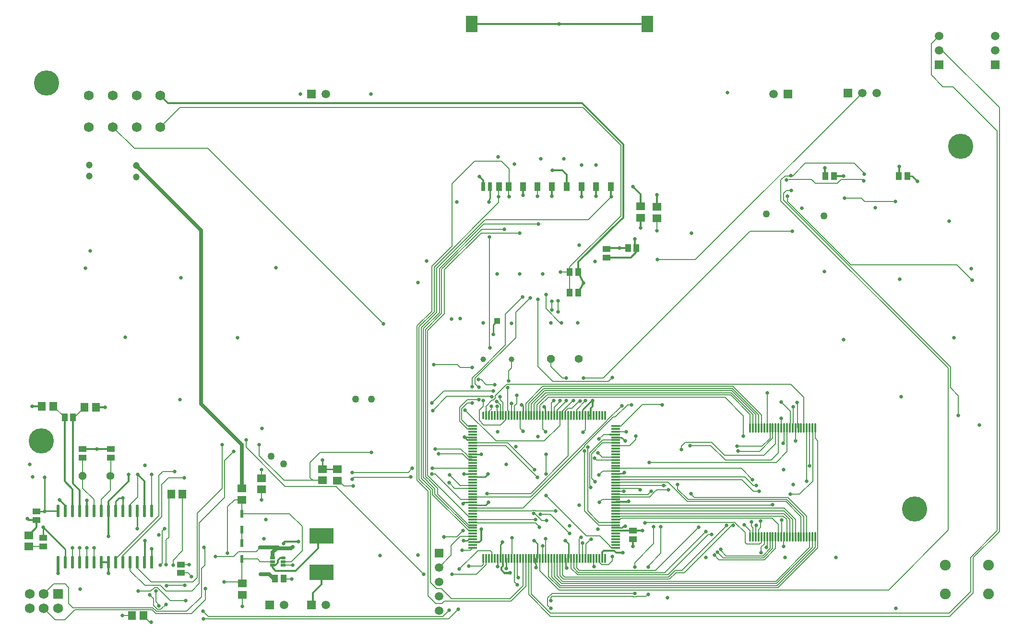
<source format=gbl>
G04 Layer_Physical_Order=4*
G04 Layer_Color=16711680*
%FSLAX25Y25*%
%MOIN*%
G70*
G01*
G75*
%ADD16R,0.04331X0.05512*%
%ADD17R,0.05512X0.04331*%
%ADD18R,0.05512X0.05906*%
%ADD19R,0.03543X0.01969*%
G04:AMPARAMS|DCode=20|XSize=35.43mil|YSize=19.69mil|CornerRadius=4.92mil|HoleSize=0mil|Usage=FLASHONLY|Rotation=0.000|XOffset=0mil|YOffset=0mil|HoleType=Round|Shape=RoundedRectangle|*
%AMROUNDEDRECTD20*
21,1,0.03543,0.00984,0,0,0.0*
21,1,0.02559,0.01969,0,0,0.0*
1,1,0.00984,0.01280,-0.00492*
1,1,0.00984,-0.01280,-0.00492*
1,1,0.00984,-0.01280,0.00492*
1,1,0.00984,0.01280,0.00492*
%
%ADD20ROUNDEDRECTD20*%
%ADD21R,0.05906X0.05512*%
%ADD22R,0.02362X0.05315*%
%ADD28R,0.16732X0.10906*%
%ADD33C,0.00800*%
%ADD34C,0.01200*%
%ADD35C,0.01000*%
%ADD36C,0.02500*%
%ADD37C,0.01500*%
%ADD38C,0.02000*%
%ADD39C,0.17500*%
%ADD40R,0.06831X0.06831*%
%ADD41C,0.06831*%
%ADD42C,0.06900*%
%ADD43R,0.05906X0.05906*%
%ADD44C,0.05906*%
%ADD45C,0.03900*%
%ADD46C,0.07500*%
%ADD47R,0.05906X0.05906*%
%ADD48P,0.05966X8X22.5*%
%ADD49C,0.05512*%
%ADD50C,0.04724*%
%ADD51C,0.05000*%
%ADD52C,0.02500*%
%ADD75R,0.07874X0.11811*%
%ADD76R,0.02756X0.05906*%
%ADD77R,0.03937X0.05906*%
%ADD78R,0.03900X0.03900*%
%ADD79O,0.01181X0.05906*%
%ADD80R,0.01181X0.05906*%
%ADD81R,0.05906X0.01181*%
%ADD82O,0.01181X0.06693*%
%ADD83O,0.02000X0.09000*%
%ADD84R,0.02000X0.09000*%
D16*
X39553Y147100D02*
D03*
X33647D02*
D03*
X425047Y264900D02*
D03*
X430953D02*
D03*
X384547Y248200D02*
D03*
X390453D02*
D03*
X384547Y233800D02*
D03*
X390453D02*
D03*
X613147Y315000D02*
D03*
X619053D02*
D03*
X562147D02*
D03*
X568053D02*
D03*
X185653Y35300D02*
D03*
X179747D02*
D03*
D17*
X410000Y264153D02*
D03*
Y258247D02*
D03*
X114500Y39047D02*
D03*
Y44953D02*
D03*
X14300Y81853D02*
D03*
Y75947D02*
D03*
X46000Y125053D02*
D03*
Y119147D02*
D03*
X65800Y125053D02*
D03*
Y119147D02*
D03*
X428600Y68453D02*
D03*
Y62547D02*
D03*
X18800Y63453D02*
D03*
Y57547D02*
D03*
D18*
X88337Y9400D02*
D03*
X80463D02*
D03*
X115537Y93900D02*
D03*
X107663D02*
D03*
X25837Y154900D02*
D03*
X17963D02*
D03*
X55337Y154100D02*
D03*
X47463D02*
D03*
D19*
X178120Y44382D02*
D03*
Y46941D02*
D03*
Y49500D02*
D03*
X185600Y44382D02*
D03*
Y46941D02*
D03*
D20*
Y49500D02*
D03*
D21*
X170500Y97063D02*
D03*
Y104937D02*
D03*
X445100Y285663D02*
D03*
Y293537D02*
D03*
X433800Y285863D02*
D03*
Y293737D02*
D03*
X223300Y111037D02*
D03*
Y103163D02*
D03*
X212700Y111237D02*
D03*
Y103363D02*
D03*
X156900Y89863D02*
D03*
Y97737D02*
D03*
X157000Y23963D02*
D03*
Y31837D02*
D03*
X8700Y57363D02*
D03*
Y65237D02*
D03*
D22*
X156900Y69288D02*
D03*
Y80312D02*
D03*
Y48688D02*
D03*
Y59712D02*
D03*
D28*
X212000Y64877D02*
D03*
Y39523D02*
D03*
D33*
X664800Y25200D02*
Y49679D01*
X648600Y9000D02*
X664800Y25200D01*
X371200Y9000D02*
X648600D01*
X521673Y57373D02*
Y64205D01*
X521300Y57000D02*
X521673Y57373D01*
X518641Y50900D02*
X523850Y56109D01*
X519179Y49600D02*
X525610Y56031D01*
X519718Y48300D02*
X527579Y56161D01*
X493300Y50900D02*
X518641D01*
X523850Y56109D02*
Y63996D01*
X491100Y49600D02*
X519179D01*
X525610Y56031D02*
Y64205D01*
X488100Y48300D02*
X519718D01*
X527579Y56161D02*
Y64205D01*
X517600Y57100D02*
X519705Y59205D01*
X517600Y53100D02*
Y57100D01*
X487200Y53500D02*
X491100Y49600D01*
X485000Y51400D02*
X488100Y48300D01*
X489500Y54700D02*
X493300Y50900D01*
X516600Y59200D02*
X517736Y60336D01*
X507400Y59200D02*
X516600D01*
X439000Y43300D02*
Y43800D01*
X447900Y52700D01*
X420450Y77250D02*
X525250D01*
X419456Y76256D02*
X420450Y77250D01*
X525250D02*
X529547Y72953D01*
X360879Y82162D02*
X374800D01*
X360390Y82650D02*
X360879Y82162D01*
X358610Y82650D02*
X360390D01*
X358121Y82162D02*
X358610Y82650D01*
X317216Y82162D02*
X358121D01*
X410636Y145236D02*
X420700Y155300D01*
X410636Y145175D02*
Y145236D01*
X410109Y144647D02*
X410636Y145175D01*
X410047Y144647D02*
X410109D01*
X357404Y92004D02*
X410047Y144647D01*
X317216Y92004D02*
X357404D01*
X414859Y147400D02*
X416200D01*
X394850Y127391D02*
X414859Y147400D01*
X394850Y126850D02*
Y127391D01*
X394150Y126150D02*
X394850Y126850D01*
X394009Y126150D02*
X394150D01*
X392750Y124891D02*
X394009Y126150D01*
X392750Y124750D02*
Y124891D01*
X352300Y84300D02*
X392750Y124750D01*
X317516Y84300D02*
X352300D01*
X416200Y147400D02*
X424800Y156000D01*
X383555Y120514D02*
Y148500D01*
X327100Y94300D02*
X357341D01*
X383555Y120514D01*
X323100Y173400D02*
X326500Y170000D01*
X321100Y173400D02*
X323100D01*
X326500Y170000D02*
X332500D01*
X359500Y80500D02*
X360000D01*
X365000Y75500D01*
X391250Y62750D02*
X392500Y64000D01*
X391250Y49609D02*
Y62750D01*
X384547Y251747D02*
X420000Y287200D01*
X519705Y59205D02*
Y64205D01*
X517736Y60336D02*
Y64205D01*
X533300Y57500D02*
Y63989D01*
X395366Y49288D02*
X395750Y49671D01*
Y59150D01*
X398700Y62100D01*
X393600Y50446D02*
Y60000D01*
X393400Y50246D02*
X393600Y50446D01*
X405208Y46440D02*
X406648Y45000D01*
X411500D01*
X414000Y47500D01*
Y50500D01*
X391250Y40750D02*
X444050D01*
X390629Y39250D02*
X450450D01*
X390007Y37750D02*
X452667D01*
X381050Y36250D02*
X453289D01*
X380127Y34750D02*
X453910D01*
X379506Y33250D02*
X527669D01*
X378884Y31750D02*
X528007D01*
X378263Y30250D02*
X528629D01*
X377642Y28750D02*
X529250D01*
X377020Y27250D02*
X606050D01*
X372379Y24900D02*
X429800D01*
X372300Y22700D02*
X428677D01*
X389460Y42540D02*
X391250Y40750D01*
X387492Y42387D02*
X390629Y39250D01*
X385524Y42234D02*
X390007Y37750D01*
X379618Y37682D02*
X381050Y36250D01*
X377649Y37227D02*
X380127Y34750D01*
X375681Y37075D02*
X379506Y33250D01*
X373712Y36922D02*
X378884Y31750D01*
X372213Y36301D02*
X378263Y30250D01*
X369776Y36616D02*
X377642Y28750D01*
X363870Y40400D02*
X377020Y27250D01*
X413581Y56571D02*
X416429D01*
X412576Y57576D02*
X413581Y56571D01*
X412576Y57576D02*
Y57924D01*
X405500Y65000D02*
X412576Y57924D01*
X396000Y65000D02*
X405500D01*
X371000Y80000D02*
X384500Y66500D01*
X364000Y80000D02*
X371000D01*
X368000Y93000D02*
X396000Y65000D01*
X430923Y22700D02*
X437500D01*
X430773Y22550D02*
X430923Y22700D01*
X428827Y22550D02*
X430773D01*
X428677Y22700D02*
X428827Y22550D01*
X365000Y75500D02*
X368500D01*
X317346Y84130D02*
X317516Y84300D01*
X317216Y84130D02*
X317346D01*
X363600Y70800D02*
Y71100D01*
X340063Y127437D02*
X362000Y105500D01*
X317216Y127437D02*
X340063D01*
X318384Y129500D02*
X341500D01*
X360000Y111000D01*
X342139Y130700D02*
X366800D01*
X342038Y130800D02*
X342139Y130700D01*
X333400Y130800D02*
X342038D01*
X311900Y152300D02*
X333400Y130800D01*
X506400Y60200D02*
X507400Y59200D01*
X480817Y65900D02*
X483300D01*
X444050Y40750D02*
X474300Y71000D01*
X437150Y74250D02*
X499250D01*
X450450Y39250D02*
X479000Y67800D01*
X452667Y37750D02*
X480817Y65900D01*
X506400Y60200D02*
Y67100D01*
X588004Y312441D02*
X588872Y311573D01*
X573041Y312441D02*
X588004D01*
X471800Y256700D02*
X587700Y372600D01*
X445600Y256700D02*
X471800D01*
X288700Y252300D02*
X302700Y266300D01*
X288700Y221007D02*
Y252300D01*
X278400Y210707D02*
X288700Y221007D01*
X290400Y251654D02*
X335300Y296554D01*
X290400Y220585D02*
Y251654D01*
X297500Y249800D02*
X323000Y275300D01*
X297500Y219200D02*
Y249800D01*
X285900Y207600D02*
X297500Y219200D01*
X295600Y250021D02*
X323479Y277900D01*
X295600Y219421D02*
Y250021D01*
X284400Y208221D02*
X295600Y219421D01*
X294000Y250543D02*
X324857Y281400D01*
X294000Y219943D02*
Y250543D01*
X282900Y208843D02*
X294000Y219943D01*
X292100Y250800D02*
X325900Y284600D01*
X292100Y220164D02*
Y250800D01*
X281400Y209464D02*
X292100Y220164D01*
X279900Y210085D02*
X290400Y220585D01*
X335300Y296554D02*
Y300500D01*
X325900Y284600D02*
X397626D01*
X302700Y266300D02*
Y309500D01*
X323000Y275300D02*
X349900D01*
X323479Y277900D02*
X339100D01*
X324857Y281400D02*
X362900D01*
X328800Y195700D02*
Y272600D01*
X420000Y287200D02*
Y336200D01*
X384547Y248200D02*
Y251747D01*
X368000Y108000D02*
Y121500D01*
X166800Y54000D02*
X169600Y56800D01*
X154500Y54000D02*
X166800D01*
X151000Y50500D02*
X154500Y54000D01*
X138500Y50500D02*
X151000D01*
X146900Y52947D02*
Y85100D01*
X125750Y35850D02*
Y80350D01*
X127250Y31750D02*
Y73707D01*
X128750Y42079D02*
X131100Y44429D01*
X128750Y22650D02*
Y42079D01*
X131100Y44429D02*
Y56500D01*
X122800Y32900D02*
X125750Y35850D01*
X122000Y26500D02*
X127250Y31750D01*
X118450Y12350D02*
X128750Y22650D01*
X125750Y80350D02*
X143200Y97800D01*
X130600Y57000D02*
X131100Y56500D01*
X156900Y80312D02*
X189788D01*
X159650Y126350D02*
X186693Y99307D01*
X156900Y48688D02*
X167712D01*
X159650Y126350D02*
Y131150D01*
X170500Y90000D02*
Y97063D01*
X151663Y89863D02*
X156900D01*
X146900Y85100D02*
X151663Y89863D01*
X144900Y117100D02*
X151300Y123500D01*
X144900Y91357D02*
Y117100D01*
X127250Y73707D02*
X144900Y91357D01*
X133500Y8800D02*
X296400D01*
X130100Y7300D02*
X300400D01*
X129800Y12500D02*
X133500Y8800D01*
X170500Y104937D02*
Y111000D01*
X222193Y99307D02*
X283300Y38200D01*
X186693Y99307D02*
X222193D01*
X223958Y103163D02*
X227721Y99400D01*
X223300Y103163D02*
X223958D01*
X227721Y99400D02*
X234000D01*
X92937Y5000D02*
X93800D01*
X88437Y9500D02*
X92937Y5000D01*
X94300Y82133D02*
Y107600D01*
X84500Y91900D02*
Y107500D01*
X79200Y86600D02*
X84500Y91900D01*
X332750Y162273D02*
X340727Y170250D01*
X143100Y97900D02*
Y128200D01*
Y97900D02*
X143200Y97800D01*
X168800Y120600D02*
Y128200D01*
Y120600D02*
X186037Y103363D01*
X159650Y131150D02*
X159900Y131400D01*
X101700Y109400D02*
X110000D01*
X99000Y106700D02*
X101700Y109400D01*
X105900Y105100D02*
X116800D01*
X101200Y100400D02*
X105900Y105100D01*
X101200Y78257D02*
Y100400D01*
X77943Y55000D02*
X101200Y78257D01*
X186037Y103363D02*
X206037D01*
X189788Y80312D02*
X198650Y71450D01*
X156900Y31937D02*
Y48688D01*
X286200Y23100D02*
Y95787D01*
X287700Y32600D02*
Y96408D01*
Y32600D02*
X292000Y28300D01*
X286200Y23100D02*
X291500Y17800D01*
X293900Y43000D02*
X302300Y51400D01*
X302400Y21300D02*
X343200D01*
X297500Y19500D02*
X343800D01*
X343200Y21300D02*
X352059Y30159D01*
X343800Y19500D02*
X354028Y29728D01*
X295400Y28300D02*
X302400Y21300D01*
X308445Y64445D02*
X317216D01*
X302300Y58300D02*
X308445Y64445D01*
X289200Y93551D02*
X314369Y68382D01*
X302300Y51400D02*
Y58300D01*
X635700Y406800D02*
X641100Y412200D01*
X635700Y385100D02*
Y406800D01*
Y385100D02*
X643900Y376900D01*
X650700D01*
X683000Y67879D02*
Y362500D01*
X643300Y402200D02*
X683000Y362500D01*
X641100Y402200D02*
X643300D01*
X650700Y376900D02*
X681400Y346200D01*
X84200Y42500D02*
Y46600D01*
X204100Y105300D02*
X206037Y103363D01*
X204100Y105300D02*
Y115900D01*
X211100Y122900D01*
X206037Y103363D02*
X212700D01*
X211100Y122900D02*
X246800D01*
X89350Y30350D02*
X100150D01*
X104000Y26500D02*
X122000D01*
X100150Y30350D02*
X104000Y26500D01*
X79200Y40500D02*
X89350Y30350D01*
X79200Y40500D02*
Y46600D01*
X317022Y117400D02*
X317216Y117595D01*
X74200Y51300D02*
X77900Y55000D01*
X74200Y46600D02*
Y51300D01*
X77900Y55000D02*
X77943D01*
X308865Y90035D02*
X317216D01*
X233500Y104300D02*
X234600Y105400D01*
X69200Y46600D02*
Y48900D01*
X54200Y46600D02*
Y56000D01*
X49300Y46700D02*
Y55900D01*
X44200Y46600D02*
Y55600D01*
X39200Y46600D02*
Y56400D01*
X39300Y56500D01*
X54200Y82033D02*
Y90100D01*
X46294Y98006D02*
Y106500D01*
Y98006D02*
X54200Y90100D01*
X515700Y64272D02*
Y69200D01*
X517200Y70700D01*
X523642Y64205D02*
X523850Y63996D01*
X445000Y96800D02*
X453100D01*
X416429Y99878D02*
X451400D01*
X504185Y103815D02*
X512300Y95700D01*
X416429Y103815D02*
X504185D01*
X459600Y97200D02*
Y100400D01*
X549232Y64205D02*
Y78468D01*
X365938Y139262D02*
X367900Y137300D01*
X350191Y139609D02*
X352200Y137600D01*
X531500Y139811D02*
Y146500D01*
X355996Y148500D02*
X356000Y148504D01*
X354000Y148528D02*
X354028Y148500D01*
X517736Y139795D02*
Y148764D01*
X515768Y139795D02*
Y148894D01*
X513799Y139795D02*
Y149024D01*
X511831Y139795D02*
Y149154D01*
X509862Y139795D02*
Y149284D01*
X541358Y139795D02*
X541836Y139318D01*
Y137000D02*
Y139318D01*
X541358Y131142D02*
X541500Y131000D01*
X537421Y64205D02*
Y76079D01*
X535453Y64205D02*
Y76047D01*
X539390Y64205D02*
Y76110D01*
X541358Y64205D02*
Y76142D01*
X509862Y64205D02*
Y68638D01*
X547264Y64205D02*
Y78036D01*
X545295Y64205D02*
Y78166D01*
X537600Y139974D02*
X537800Y140174D01*
X371744Y49288D02*
X372213Y48819D01*
X549232Y139795D02*
X549300Y139728D01*
X521700Y139822D02*
Y164300D01*
X350191Y139609D02*
Y148600D01*
X365938Y139262D02*
Y148600D01*
X405100Y88200D02*
X407035Y90135D01*
X416529D01*
X457838Y40800D02*
X462500D01*
X492700Y117500D02*
X524500D01*
X529547Y122547D01*
Y139795D01*
X523642Y132580D02*
Y139795D01*
X525610Y132710D02*
Y139795D01*
X527579Y128879D02*
Y139795D01*
X529547Y64205D02*
Y72953D01*
X653400Y253200D02*
X664037Y242563D01*
X539586Y315000D02*
X548286Y323700D01*
X555100Y309800D02*
X570400D01*
X552400Y312500D02*
X555100Y309800D01*
X555138Y56759D02*
Y64205D01*
X553169Y56912D02*
Y64205D01*
X551201Y56782D02*
Y64205D01*
X533370Y84130D02*
X541358Y76142D01*
X335300Y307163D02*
X335564Y307427D01*
X335300Y300500D02*
Y307163D01*
X292000Y28300D02*
X295400D01*
X342257Y300943D02*
X342600Y300600D01*
X342257Y300943D02*
Y307427D01*
X362178Y300978D02*
Y307427D01*
X462200Y124900D02*
Y127300D01*
X371594Y182406D02*
Y187700D01*
X654563Y148637D02*
Y162158D01*
X647500Y68700D02*
Y181400D01*
X649000Y167721D02*
Y182021D01*
Y167721D02*
X654563Y162158D01*
X579943Y253200D02*
X653400D01*
X533000Y298021D02*
Y302800D01*
X531300Y297600D02*
X647500Y181400D01*
X533000Y298021D02*
X649000Y182021D01*
X389461Y148500D02*
Y152561D01*
X25837Y154900D02*
X33637Y147100D01*
X39553D02*
X40463D01*
X47463Y154100D01*
X46000Y106794D02*
Y119147D01*
X648100Y11300D02*
X663000Y26200D01*
X290800Y93919D02*
Y97551D01*
X416429Y141217D02*
X420217D01*
X663000Y26200D02*
Y50000D01*
X681400Y68400D01*
Y346200D01*
X664800Y49679D02*
X683000Y67879D01*
X363870Y40400D02*
Y49288D01*
X369776Y36616D02*
Y49288D01*
X372213Y36301D02*
Y48819D01*
X373712Y36922D02*
Y49288D01*
X375681Y37075D02*
Y49288D01*
X389460Y42540D02*
Y49288D01*
X387492Y42387D02*
Y49288D01*
X385524Y42234D02*
Y49288D01*
X321700Y145200D02*
Y152100D01*
X344100Y181500D02*
Y187500D01*
X8700Y57363D02*
X18616D01*
X88337Y9400D02*
X88437Y9500D01*
X73900Y9400D02*
X80463D01*
X106100Y92337D02*
X107663Y93900D01*
X222337Y103163D02*
X223300D01*
X144500Y32800D02*
X156037D01*
X156900Y31937D01*
X169459Y46941D02*
X178120D01*
X167712Y48688D02*
X169459Y46941D01*
X185600D02*
X191241D01*
X156900Y59712D02*
Y69288D01*
X292700Y93988D02*
Y97772D01*
X289200Y93551D02*
Y97030D01*
X104300Y44800D02*
Y62179D01*
X115537Y54537D02*
Y93900D01*
X156900Y80312D02*
Y89863D01*
X354028Y29728D02*
Y49288D01*
X352059Y30159D02*
Y49288D01*
X541358Y131142D02*
Y139795D01*
X547264D02*
Y161236D01*
X555138Y132762D02*
Y139795D01*
Y132762D02*
X556900Y131000D01*
Y56400D02*
Y131000D01*
X355996Y24204D02*
Y49288D01*
X371200Y11300D02*
X648100D01*
X357964Y24536D02*
Y49288D01*
X355996Y24204D02*
X371200Y9000D01*
X357964Y24536D02*
X371200Y11300D01*
X377649Y37227D02*
Y49288D01*
X379618Y37682D02*
Y49288D01*
X371600Y19700D02*
Y22000D01*
X372300Y22700D01*
X437500D02*
X439000Y24200D01*
X439900Y115900D02*
X528000D01*
X416429Y111689D02*
X503811D01*
X511500Y104000D01*
X416570Y95800D02*
X422300D01*
X533338Y82162D02*
X539390Y76110D01*
X533307Y80193D02*
X537421Y76079D01*
X429800Y43100D02*
Y46300D01*
X393800Y137000D02*
X395466Y138666D01*
Y148600D01*
X97000Y19100D02*
Y26500D01*
X291500Y17800D02*
X295800D01*
X297500Y19500D01*
X296400Y8800D02*
X300700Y13100D01*
X300400Y7300D02*
X307000Y13900D01*
X97000Y19100D02*
X99200Y16900D01*
Y16200D02*
Y16900D01*
X157000Y15700D02*
Y23963D01*
X185600Y44382D02*
X192182D01*
X531300Y297600D02*
Y312200D01*
X534100Y315000D01*
X539586D01*
X570400Y309800D02*
X573041Y312441D01*
X548286Y323700D02*
X582300D01*
X398700Y62100D02*
X398800Y62000D01*
X399450Y62650D01*
X399550D01*
X489500Y54700D02*
Y55500D01*
X391250Y49609D02*
X391500Y49359D01*
X416438Y97900D02*
X416489Y97950D01*
X432350D01*
X416429Y93973D02*
X416752Y93650D01*
X438850D01*
X441141Y95941D01*
X447900Y52700D02*
Y71300D01*
X442900Y59400D02*
Y71300D01*
X429800Y46300D02*
X442900Y59400D01*
X468645Y93954D02*
X471200Y91400D01*
X468645Y93954D02*
Y94245D01*
X443291Y95051D02*
Y95091D01*
X445000Y96800D01*
X440245Y92004D02*
X443291Y95051D01*
X416429Y92004D02*
X440245D01*
X416429Y101847D02*
X416632Y102050D01*
X432350Y97950D02*
X433500Y96800D01*
X416429Y105783D02*
X506216D01*
X468100Y127600D02*
X482600D01*
X464650Y129750D02*
X483150D01*
X482600Y127600D02*
X492700Y117500D01*
X462200Y127300D02*
X464650Y129750D01*
X519500Y120800D02*
X527579Y128879D01*
X483150Y129750D02*
X492100Y120800D01*
X519500D01*
X500700Y127100D02*
X518161D01*
X523642Y132580D01*
X516500Y123600D02*
X525610Y132710D01*
X501400Y123900D02*
X501700Y123600D01*
X516500D01*
X528000Y115900D02*
X535453Y123353D01*
Y139795D01*
X532900Y129200D02*
X533484Y129784D01*
Y139795D01*
X549150Y114491D02*
X549300Y114641D01*
Y139728D01*
X549150Y102950D02*
X549300Y102800D01*
X549150Y102950D02*
Y114491D01*
X553450Y102950D02*
Y139515D01*
X551127Y113772D02*
X551300Y113600D01*
X551127Y113772D02*
Y139795D01*
X553169D02*
X553450Y139515D01*
X536300Y91400D02*
X549232Y78468D01*
X535200Y90100D02*
X547264Y78036D01*
X534661Y88800D02*
X545295Y78166D01*
X525200Y86200D02*
X525600Y86600D01*
X435300Y156300D02*
X448400D01*
X448900Y155800D01*
X328437Y148500D02*
Y151347D01*
X330000Y152910D01*
X100100Y44600D02*
X101500Y46000D01*
X94334Y13500D02*
X96984Y10850D01*
X40700Y13500D02*
X94334D01*
X96984Y10850D02*
X121950D01*
X97605Y12350D02*
X118450D01*
X39400Y15000D02*
X94955D01*
X97605Y12350D01*
X95500Y16577D02*
X98227Y13850D01*
X100550D01*
X95500Y16577D02*
Y21300D01*
X100550Y13850D02*
X104000Y17300D01*
X92800Y24000D02*
X95500Y21300D01*
X104400Y29700D02*
X105200Y30500D01*
X198650Y54350D02*
Y71450D01*
X191241Y46941D02*
X198650Y54350D01*
X342200Y179600D02*
X344100Y181500D01*
X342200Y172700D02*
Y179600D01*
X354000Y148528D02*
Y157000D01*
X356000Y148504D02*
Y156743D01*
X357964Y148500D02*
Y156586D01*
X359933Y148500D02*
Y156433D01*
X361902Y148500D02*
Y155806D01*
X379618Y148500D02*
Y151518D01*
X381587Y148500D02*
Y151648D01*
X361902Y155806D02*
X368846Y162750D01*
X359933Y156433D02*
X367750Y164250D01*
X357964Y156586D02*
X367129Y165750D01*
X356000Y156743D02*
X366507Y167250D01*
X354000Y157000D02*
X365750Y168750D01*
X363870Y155393D02*
X369727Y161250D01*
X363870Y148500D02*
Y155393D01*
X371594Y182406D02*
X379400Y174600D01*
X382100D01*
X497411Y167250D02*
X515768Y148894D01*
X497073Y165750D02*
X513799Y149024D01*
X496735Y164250D02*
X511831Y149154D01*
X496396Y162750D02*
X509862Y149284D01*
X348122Y36478D02*
X348900Y35700D01*
X348122Y36478D02*
Y49288D01*
X346153Y32747D02*
X348000Y30900D01*
X346153Y32747D02*
Y49288D01*
X539500Y139906D02*
X539800Y140206D01*
Y154600D01*
X537800Y140174D02*
Y151600D01*
X531500Y157900D02*
X537800Y151600D01*
X542849Y140273D02*
X543300Y139822D01*
X542500Y157400D02*
X542849Y157051D01*
Y140273D02*
Y157051D01*
X458460Y39300D02*
X464300D01*
X493600Y71900D02*
Y72100D01*
X462500Y40800D02*
X493600Y71900D01*
X464300Y39300D02*
X497100Y72100D01*
X498000D01*
X511900Y64435D02*
Y70359D01*
X436900Y74000D02*
X437150Y74250D01*
X408011Y135311D02*
X412589D01*
X536764Y312500D02*
X552400D01*
X535200Y305000D02*
X538600D01*
X533000Y302800D02*
X535200Y305000D01*
X575400Y299400D02*
X587209D01*
X589408Y297200D01*
X610900D01*
X404800Y132100D02*
X408011Y135311D01*
X531516Y64205D02*
X531800Y64489D01*
Y75700D01*
X185653Y35300D02*
X185953Y35000D01*
X191500D01*
X505300Y134300D02*
Y148300D01*
X492350Y161250D02*
X505300Y148300D01*
X533300Y63989D02*
X533500Y64189D01*
X109000Y44500D02*
Y48000D01*
X115537Y54537D01*
X535900Y297243D02*
Y300700D01*
Y297243D02*
X579943Y253200D01*
X510800Y71460D02*
Y74500D01*
Y71460D02*
X511900Y70359D01*
X471200Y91400D02*
X536300D01*
X466161Y88800D02*
X534661D01*
X512300Y95700D02*
X516300D01*
X416530Y86200D02*
X525200D01*
X416429Y84130D02*
X533370D01*
X416429Y82162D02*
X533338D01*
X416429Y80193D02*
X533307D01*
X513800Y64405D02*
Y72000D01*
X514100Y72300D01*
X505700Y72600D02*
X505900D01*
X509862Y68638D01*
X499250Y74250D02*
X506400Y67100D01*
X389461Y152561D02*
X395600Y158700D01*
X391300Y158600D02*
X391700D01*
X386800Y158700D02*
X387100D01*
X379618Y151518D02*
X386800Y158700D01*
X517200Y70700D02*
Y75100D01*
X416429Y78224D02*
X416754Y78550D01*
X532950D01*
X535453Y76047D01*
X416429Y76256D02*
X419456D01*
X416632Y102050D02*
X452912D01*
X466161Y88800D01*
X459600Y97200D02*
X466700Y90100D01*
X535200D01*
X506216Y105783D02*
X512200Y99800D01*
X514100D01*
X341739Y148978D02*
X342217Y148500D01*
X341739Y148978D02*
Y151825D01*
X341500Y152064D02*
X341739Y151825D01*
X331373Y159050D02*
X332750Y160427D01*
Y162273D01*
X333800Y158100D02*
X334200D01*
X582300Y323700D02*
X589000Y317000D01*
Y316100D02*
Y317000D01*
X369250Y16650D02*
X371400Y14500D01*
X369250Y16650D02*
Y21771D01*
X372379Y24900D01*
X92700Y24000D02*
X92800D01*
X606050Y27250D02*
X647500Y68700D01*
X529250Y28750D02*
X556900Y56400D01*
X528629Y30250D02*
X555138Y56759D01*
X528007Y31750D02*
X553169Y56912D01*
X527669Y33250D02*
X551201Y56782D01*
X453910Y34750D02*
X458460Y39300D01*
X453289Y36250D02*
X457838Y40800D01*
X93577Y26400D02*
X96027Y28850D01*
X97973D01*
X107123Y19700D01*
X117700D01*
X84900Y26400D02*
X93577D01*
X314369Y68382D02*
X317216D01*
X290800Y93919D02*
X314369Y70350D01*
X317216D01*
X292700Y93988D02*
X314369Y72319D01*
X317216D01*
X104300Y62179D02*
X106100Y63979D01*
Y92337D01*
X101500Y46000D02*
Y68300D01*
X103100Y69900D01*
X544300Y93800D02*
X553450Y102950D01*
X537900Y93800D02*
X544300D01*
X114500Y44953D02*
X120047D01*
X131500Y20400D02*
Y28300D01*
X121950Y10850D02*
X131500Y20400D01*
X381587Y151648D02*
X383338Y153400D01*
X386100D01*
X391300Y158600D01*
X401272Y43628D02*
X401400Y43500D01*
X401272Y43628D02*
Y49288D01*
X420217Y141217D02*
X435300Y156300D01*
X397626Y284600D02*
X413563Y300537D01*
X445100Y277000D02*
Y285663D01*
X365800Y49326D02*
Y57900D01*
X344200Y148515D02*
X344300Y148615D01*
X346153Y148500D02*
Y155153D01*
X347700Y156700D01*
Y162400D01*
X341500Y152064D02*
X341600Y152164D01*
X366800Y130700D02*
X377649Y141549D01*
Y148500D01*
X384547Y233800D02*
Y248200D01*
X342100Y172600D02*
X342200Y172700D01*
X344300Y148615D02*
Y156900D01*
X341600Y152164D02*
Y167700D01*
X367700Y62900D02*
X367950Y62650D01*
Y57010D02*
Y62650D01*
X367700Y56760D02*
X367950Y57010D01*
X367700Y49395D02*
Y56760D01*
X314369Y78224D02*
X317216D01*
X317090Y74300D02*
X317440Y73950D01*
X404900Y107300D02*
X407420Y109820D01*
X416529D01*
X407336Y131374D02*
X416429D01*
X344185Y49288D02*
X344500Y49603D01*
X407205Y129405D02*
X416429D01*
X403205Y117595D02*
X416429D01*
X407100Y119400D02*
X415788D01*
X424800Y156000D02*
X427400D01*
X404812Y74288D02*
X416429D01*
X401900Y118900D02*
X403205Y117595D01*
X404000Y122500D02*
X407100Y119400D01*
X404781Y72319D02*
X416429D01*
X394900Y82200D02*
X404781Y72319D01*
X394900Y82200D02*
Y124000D01*
X399750Y104850D02*
X402100Y102500D01*
X399750Y104850D02*
Y121950D01*
X407205Y129405D01*
X398450Y99350D02*
X399200Y98600D01*
X398450Y99350D02*
Y122488D01*
X407336Y131374D01*
X397000Y82100D02*
X404812Y74288D01*
X397000Y82100D02*
Y123059D01*
X397050Y123109D01*
Y126450D01*
X397000Y126500D02*
X397050Y126450D01*
X371744Y148500D02*
Y157044D01*
X373600Y158900D01*
X373712Y148500D02*
Y154212D01*
X375681Y148500D02*
Y152181D01*
X373712Y154212D02*
X377700Y158200D01*
Y158800D01*
X375681Y152181D02*
X382100Y158600D01*
Y158800D01*
X302800Y38200D02*
X302850Y38150D01*
X330405Y49288D02*
Y53594D01*
X307800Y41700D02*
X320700Y54600D01*
X329400D01*
X330405Y53594D01*
X302850Y38150D02*
X319650D01*
X326468Y44968D02*
Y49288D01*
X319650Y38150D02*
X326468Y44968D01*
X324500Y44839D02*
Y49288D01*
X314400Y43800D02*
X323462D01*
X324500Y44839D01*
X344500Y49603D02*
Y63500D01*
X360750Y73950D02*
X363600Y71100D01*
X317440Y73950D02*
X360750D01*
X317217Y76256D02*
X360956D01*
X297000Y62700D02*
Y64205D01*
Y62700D02*
X298505Y64205D01*
X430600Y131800D02*
Y134100D01*
X416429Y127437D02*
X426237D01*
X430600Y131800D01*
X328800Y195700D02*
X329100Y195400D01*
X313883Y141217D02*
X317217D01*
X339800Y218805D02*
X351898Y230902D01*
X339800Y197400D02*
Y218805D01*
X319505Y177250D02*
X319650D01*
X339800Y197400D01*
X316900Y174645D02*
X319505Y177250D01*
X347100Y202579D02*
Y220300D01*
X320271Y175750D02*
X347100Y202579D01*
X320127Y175750D02*
X320271D01*
X318750Y174373D02*
X320127Y175750D01*
X318750Y170550D02*
Y174373D01*
X309550Y145550D02*
X313883Y141217D01*
X309550Y145550D02*
Y153273D01*
X313477Y157200D01*
X308200Y154300D02*
X313450Y159550D01*
X308050Y153895D02*
X308200Y154045D01*
Y154300D01*
X308050Y144550D02*
Y153895D01*
Y144550D02*
X313352Y139248D01*
X317216D01*
X298505Y64205D02*
X306084D01*
X307824Y65945D01*
X307845D01*
X310500Y68600D02*
X310600Y68500D01*
X307845Y65945D02*
X310500Y68600D01*
X308422Y99878D02*
X317216D01*
X301100Y107200D02*
X308422Y99878D01*
X300700Y101800D02*
X304591Y97909D01*
X317216D01*
X316739Y120041D02*
X316939Y119841D01*
X313364Y120568D02*
X313891Y120041D01*
X313891Y118072D02*
X316350D01*
X317022Y117400D01*
X313891Y120041D02*
X316739D01*
X293600Y121900D02*
X310064D01*
X313891Y118072D01*
X313364Y120568D02*
Y120721D01*
X233600Y109000D02*
X272500D01*
X275200Y111700D01*
X289311Y111689D02*
X317216D01*
X289200Y111800D02*
X289311Y111689D01*
X288700Y107800D02*
X291100D01*
X308865Y90035D01*
X287000Y103472D02*
X292700Y97772D01*
X287000Y103472D02*
Y103755D01*
X285561Y105193D02*
X287000Y103755D01*
X285279Y105193D02*
X285561D01*
X285500Y102851D02*
X290800Y97551D01*
X285500Y102851D02*
Y103134D01*
X284940Y103693D02*
X285500Y103134D01*
X284657Y103693D02*
X284940D01*
X234600Y105400D02*
X274300D01*
X288900Y157100D02*
Y157200D01*
X347100Y220300D02*
X357100Y230300D01*
X538200Y170300D02*
X547264Y161236D01*
X380477Y170300D02*
X538200D01*
X497750Y168750D02*
X517736Y148764D01*
X380427Y170250D02*
X380477Y170300D01*
X365750Y168750D02*
X497750D01*
X366507Y167250D02*
X497411D01*
X367129Y165750D02*
X497073D01*
X367750Y164250D02*
X496735D01*
X368846Y162750D02*
X496396D01*
X369727Y161250D02*
X492350D01*
X376400Y220500D02*
Y228300D01*
X377877Y213000D02*
X378700D01*
X368100Y222777D02*
X377877Y213000D01*
X368100Y222777D02*
Y232500D01*
X372300Y221900D02*
Y227800D01*
X340727Y170250D02*
X380427D01*
X362400Y182500D02*
Y229300D01*
Y182500D02*
X372800Y172100D01*
X509900Y276600D02*
X539200D01*
X394200Y174500D02*
X407800D01*
X509900Y276600D01*
X372800Y172100D02*
X411400D01*
X414100Y174800D01*
X416508Y137200D02*
X423900D01*
X416429Y137279D02*
X416508Y137200D01*
X336596Y142000D02*
X340248Y145652D01*
X321700Y145200D02*
X324900Y142000D01*
X338279Y148500D02*
Y157521D01*
X324900Y142000D02*
X336596D01*
X330550Y159050D02*
X331373D01*
X326468Y148500D02*
Y154968D01*
X330550Y159050D01*
X330000Y152910D02*
Y154800D01*
X334200Y158100D02*
X336311Y155989D01*
Y148500D02*
Y155989D01*
X334000Y148843D02*
X334343Y148500D01*
X334000Y148843D02*
Y154900D01*
X316900Y168400D02*
Y174645D01*
X313477Y157200D02*
X316800D01*
X318750Y170550D02*
X321000Y168300D01*
X321600D01*
X324600Y155000D02*
Y158800D01*
X330050Y161750D02*
X330400Y161400D01*
X299250Y161750D02*
X330050D01*
X321250Y159550D02*
X321400Y159400D01*
X313450Y159550D02*
X321250D01*
X321700Y152100D02*
X324600Y155000D01*
X289500Y152000D02*
X299250Y161750D01*
X278400Y103587D02*
X286200Y95787D01*
X279900Y104208D02*
X287700Y96408D01*
X281400Y104830D02*
X289200Y97030D01*
X282900Y105451D02*
X284657Y103693D01*
X284400Y106072D02*
X285279Y105193D01*
X285900Y106693D02*
X314369Y78224D01*
X278400Y103587D02*
Y210707D01*
X279900Y104208D02*
Y210085D01*
X281400Y104830D02*
Y209464D01*
X282900Y105451D02*
Y208843D01*
X284400Y106072D02*
Y208221D01*
X285900Y106693D02*
Y207600D01*
X133200Y334100D02*
X255100Y212200D01*
X82050Y334100D02*
X133200D01*
X67150Y349000D02*
X82050Y334100D01*
X308600Y182000D02*
X316700D01*
X306600Y184000D02*
X308600Y182000D01*
X290300Y184000D02*
X306600D01*
X393700Y362500D02*
X420000Y336200D01*
X113730Y362500D02*
X393700D01*
X100230Y349000D02*
X113730Y362500D01*
X36400Y18000D02*
X39400Y15000D01*
X36400Y18000D02*
Y29000D01*
X34000Y31400D02*
X36400Y29000D01*
X26057Y31400D02*
X34000D01*
X19158Y24500D02*
X26057Y31400D01*
X33800Y6600D02*
X40700Y13500D01*
X27215Y6600D02*
X33800D01*
X19158Y14658D02*
X27215Y6600D01*
X65800Y106794D02*
Y119147D01*
X59200Y82033D02*
Y90100D01*
X65506Y96406D01*
Y106500D01*
X105200Y30500D02*
X117100D01*
X84200Y42500D02*
X93800Y32900D01*
X122800D01*
X114500Y39047D02*
X119353D01*
X121800Y36600D01*
X378300Y248100D02*
X378400Y248200D01*
X384547D01*
X291200Y125300D02*
X308785D01*
X313364Y120721D01*
X336200Y159600D02*
Y161400D01*
Y159600D02*
X338279Y157521D01*
X297100Y165400D02*
X331400D01*
X288900Y157200D02*
X297100Y165400D01*
X69200Y48900D02*
X99000Y78700D01*
Y106700D01*
X342600Y307427D02*
Y319900D01*
X302700Y309500D02*
X318400Y325200D01*
X337300D02*
X342600Y319900D01*
X318400Y325200D02*
X337300D01*
X309800Y54800D02*
X315388D01*
X317188Y56600D01*
D34*
X100230Y370700D02*
X105430Y365500D01*
X393104D02*
X421700Y336904D01*
X105430Y365500D02*
X393104D01*
X390453Y255031D02*
X420421Y285000D01*
X407177Y53677D02*
X408000Y54500D01*
X407177Y49288D02*
Y53677D01*
X410747Y264900D02*
X419300D01*
X425047D01*
X420704Y285000D02*
X421700Y285996D01*
X420421Y285000D02*
X420704D01*
X390453Y248200D02*
Y255031D01*
X84500Y107500D02*
X89200Y102800D01*
Y82033D02*
Y102800D01*
X64200Y38800D02*
Y46600D01*
X8700Y65237D02*
X14300Y70837D01*
X8553Y75947D02*
X14300D01*
Y70837D02*
Y75947D01*
X212000Y31100D02*
Y39523D01*
X194000Y40500D02*
X209700Y56200D01*
X180300Y40500D02*
X194000D01*
X178120Y42680D02*
X180300Y40500D01*
X323000Y61800D02*
Y69400D01*
X321708Y60508D02*
X323000Y61800D01*
X317216Y60508D02*
X321708D01*
X433700Y278700D02*
Y285763D01*
X433800Y285863D01*
X59200Y46600D02*
X64200D01*
X7800Y76700D02*
X8553Y75947D01*
X49200Y82033D02*
Y89400D01*
X39600Y101200D02*
Y147053D01*
Y101200D02*
X44200Y96600D01*
X39553Y147100D02*
X39600Y147053D01*
X44200Y82033D02*
Y96600D01*
X39200Y82033D02*
Y97200D01*
X33647Y102753D02*
Y147100D01*
Y102753D02*
X39200Y97200D01*
X428600Y57600D02*
Y62547D01*
X416500Y68453D02*
X422001D01*
X422013Y68441D01*
X428588D01*
X428600Y68453D01*
X412589Y135311D02*
X416429D01*
X574700Y315000D02*
X574700Y315000D01*
X561900Y315247D02*
Y320400D01*
X352217Y301583D02*
Y307427D01*
X372296Y300796D02*
Y307427D01*
X372500Y319000D02*
X379500D01*
X382493Y316007D01*
Y307427D02*
Y316007D01*
X392700Y300600D02*
Y307417D01*
X433800Y293737D02*
Y302100D01*
X445100Y293537D02*
Y301700D01*
X316548Y420616D02*
X377016D01*
X438359D01*
X323000Y69400D02*
X323053Y69453D01*
X11100Y154900D02*
X17963D01*
X55337Y154100D02*
X61800D01*
X46000Y125053D02*
X56253D01*
X65800D01*
X178120Y44382D02*
X178238Y44500D01*
X180100D01*
X181900Y46300D01*
Y48000D01*
X183400Y49500D01*
X185600D01*
X178120Y42680D02*
Y44382D01*
X206100Y25200D02*
X212000Y31100D01*
X206100Y17600D02*
Y25200D01*
X205300Y16800D02*
X206100Y17600D01*
X568053Y315000D02*
X574700D01*
X397334Y148500D02*
X399303D01*
X413084Y301016D02*
Y307427D01*
X402887Y300987D02*
Y307427D01*
X324540D02*
Y311760D01*
X321900Y314400D02*
X324540Y311760D01*
X428600Y68453D02*
X428747Y68600D01*
X435100D01*
X416429Y88067D02*
X416707Y88345D01*
X424845D02*
X425400Y88900D01*
X416707Y88345D02*
X424845D01*
X209700Y56200D02*
Y62577D01*
X212000Y64877D01*
X185400Y59700D02*
X185700Y59400D01*
X186500Y60800D02*
X196300D01*
X185400Y59700D02*
X186500Y60800D01*
X399303Y148500D02*
Y153603D01*
X400500Y154800D01*
Y158900D01*
X338279Y43879D02*
Y49288D01*
X337300Y42900D02*
X338279Y43879D01*
X337300Y41100D02*
Y42900D01*
Y41100D02*
X339300Y39100D01*
X613147Y315000D02*
X613500Y315353D01*
Y321500D01*
X428400Y307500D02*
X433800Y302100D01*
X429937Y265916D02*
Y271163D01*
X390453Y233800D02*
X394000Y240600D01*
X390453Y248200D02*
X394000Y240600D01*
X421700Y285996D02*
Y336904D01*
X64200Y64600D02*
X64200Y64600D01*
X64200Y88900D02*
X78300Y103000D01*
Y107500D01*
X64200Y64600D02*
Y82033D01*
Y88900D01*
X34200Y82033D02*
Y85700D01*
X30100Y89800D02*
X34200Y85700D01*
X410000Y258247D02*
X427147D01*
X430953Y262053D01*
Y264900D01*
X89200Y46600D02*
X89500Y46900D01*
Y61600D01*
X408000Y54500D02*
X415500D01*
X416900Y53100D01*
X421500D01*
D35*
X334500Y43500D02*
Y49330D01*
X18800Y70800D02*
X34200Y55400D01*
Y46600D02*
Y55400D01*
X18800Y63453D02*
Y70800D01*
X19653Y81853D02*
Y105653D01*
X317317Y86199D02*
X326298D01*
X325784Y105884D02*
X327800Y107900D01*
X317317Y105884D02*
X325784D01*
X84116Y69716D02*
Y81949D01*
X74200Y82033D02*
Y91000D01*
X94200Y46600D02*
Y55800D01*
X59200Y42800D02*
Y46600D01*
X14300Y81853D02*
X19653D01*
X19833Y82033D02*
X29200D01*
X331500Y211514D02*
X334258Y214272D01*
X420557Y133343D02*
X423000Y130900D01*
X416429Y133343D02*
X420557D01*
X381600Y61600D02*
X383655Y59545D01*
Y49388D02*
Y59545D01*
X329265Y299300D02*
Y307427D01*
X328437Y298472D02*
X329200Y299235D01*
X328437Y296963D02*
Y298472D01*
X416529Y70451D02*
X420951D01*
X317395Y121553D02*
X323153D01*
X326298Y86199D02*
X328300Y88200D01*
X311457Y133443D02*
X317317D01*
X311457D02*
X313426Y131474D01*
X317317D01*
X311000Y107900D02*
X317269D01*
X310833Y88167D02*
X317317D01*
X212900Y111037D02*
X223300D01*
X212900D02*
Y117600D01*
X619053Y315000D02*
X622600D01*
X626300Y311300D01*
X416529Y107852D02*
X416807Y108130D01*
X421930D02*
X422600Y108800D01*
X416807Y108130D02*
X421930D01*
X351362Y155700D02*
X352162Y154900D01*
X352159Y148600D02*
X352180Y148621D01*
Y154918D01*
X351000Y155700D02*
X351362D01*
X310800Y61400D02*
X313151D01*
X314351Y62600D01*
X317293D01*
X367429Y148878D02*
X367807Y148500D01*
X366900Y154600D02*
X367429Y154071D01*
Y148878D02*
Y154071D01*
X393400Y148697D02*
Y152400D01*
X399900Y158900D02*
X400500D01*
X340348Y49387D02*
X340500Y49235D01*
Y42300D02*
Y49235D01*
X360311Y45921D02*
Y49044D01*
X360000Y49355D02*
X360311Y49044D01*
X361200Y43000D02*
Y45032D01*
X360311Y45921D02*
X361200Y45032D01*
X381700Y49374D02*
X381964Y49110D01*
Y42935D02*
X382400Y42500D01*
X381964Y42935D02*
Y49110D01*
X420951Y70451D02*
X421900Y71400D01*
X423000D01*
X393400Y152400D02*
X399900Y158900D01*
X336411Y49387D02*
Y58889D01*
X337800Y60278D01*
Y60500D01*
X359900Y61500D02*
X362002Y59398D01*
Y49387D02*
Y59398D01*
X331500Y205000D02*
Y211514D01*
X309966Y87300D02*
X310833Y88167D01*
X309966Y87300D02*
X310400D01*
X69200Y82033D02*
Y88700D01*
X71600Y91100D01*
X74300D01*
D36*
X156900Y108500D02*
Y128100D01*
Y97737D02*
Y108500D01*
X128500Y156500D02*
X156900Y128100D01*
X128500Y156500D02*
Y277274D01*
X83600Y322174D02*
X128500Y277274D01*
X178200Y53400D02*
X181800Y56800D01*
X178200Y51000D02*
Y53400D01*
X169900Y38100D02*
X175700D01*
X179400Y34400D01*
X169600Y56800D02*
X181800D01*
X182350Y56250D01*
X190950D02*
X192000Y57300D01*
X182350Y56250D02*
X184325D01*
X184374Y56200D01*
X187025D01*
X187075Y56250D01*
X190950D01*
D37*
X339300Y39100D02*
X343300D01*
D38*
X29200Y39000D02*
Y46600D01*
D39*
X17500Y131000D02*
D03*
X656000Y335500D02*
D03*
X624000Y83500D02*
D03*
X21000Y379500D02*
D03*
D40*
X29000Y24500D02*
D03*
D41*
X19158D02*
D03*
X9315D02*
D03*
X29000Y14658D02*
D03*
X19158D02*
D03*
X9315D02*
D03*
D42*
X50600Y349000D02*
D03*
X67150D02*
D03*
X83690D02*
D03*
X100230D02*
D03*
Y370700D02*
D03*
X83690D02*
D03*
X67150D02*
D03*
X50600D02*
D03*
D43*
X641100Y392200D02*
D03*
X680200D02*
D03*
X293900Y53000D02*
D03*
D44*
X641100Y402200D02*
D03*
Y412200D02*
D03*
X680200Y402200D02*
D03*
Y412200D02*
D03*
X215000Y372000D02*
D03*
X526000D02*
D03*
X215300Y16800D02*
D03*
X293900Y43000D02*
D03*
Y33000D02*
D03*
Y23000D02*
D03*
Y13000D02*
D03*
X186200Y16800D02*
D03*
X597700Y372600D02*
D03*
X587700D02*
D03*
D45*
X344100Y187500D02*
D03*
X324415D02*
D03*
D46*
X645475Y44413D02*
D03*
Y24413D02*
D03*
X675475D02*
D03*
Y44413D02*
D03*
D47*
X205000Y372000D02*
D03*
X536000D02*
D03*
X205300Y16800D02*
D03*
X176200D02*
D03*
X577700Y372600D02*
D03*
D48*
X371594Y187700D02*
D03*
X46294Y106500D02*
D03*
D49*
X390806Y187700D02*
D03*
X65506Y106500D02*
D03*
D50*
X50800Y314800D02*
D03*
Y322674D02*
D03*
X83600Y314300D02*
D03*
Y322174D02*
D03*
D51*
X235900Y159900D02*
D03*
X246800D02*
D03*
X185900Y115000D02*
D03*
X177000Y120200D02*
D03*
X561100Y287100D02*
D03*
X521200Y288400D02*
D03*
D52*
X479300Y50000D02*
D03*
X534200D02*
D03*
X521300Y57000D02*
D03*
X517600Y53100D02*
D03*
X439000Y43300D02*
D03*
X533000Y111000D02*
D03*
X332500Y170000D02*
D03*
X359500Y80500D02*
D03*
X392500Y64000D02*
D03*
X285000Y256000D02*
D03*
X402067Y255567D02*
D03*
X391000Y267000D02*
D03*
X469055Y275055D02*
D03*
X533300Y57500D02*
D03*
X485000Y51400D02*
D03*
X393600Y60000D02*
D03*
X414000Y50500D02*
D03*
X384500Y66500D02*
D03*
X364000Y80000D02*
D03*
X363600Y70800D02*
D03*
X368000Y93000D02*
D03*
X362000Y105500D02*
D03*
X360000Y111000D02*
D03*
X368500Y75500D02*
D03*
X334500Y43500D02*
D03*
X483300Y65900D02*
D03*
X474300Y71000D02*
D03*
X479000Y67800D02*
D03*
X445600Y256700D02*
D03*
X419300Y264900D02*
D03*
X302547Y215553D02*
D03*
X308453Y215753D02*
D03*
X328800Y272600D02*
D03*
X279200Y241000D02*
D03*
X368000Y108000D02*
D03*
Y121500D02*
D03*
X362400Y133700D02*
D03*
X138500Y50500D02*
D03*
X156900Y108500D02*
D03*
X170500Y90000D02*
D03*
X172200Y62900D02*
D03*
X64200Y38800D02*
D03*
X9500Y114500D02*
D03*
X18800Y70800D02*
D03*
X11500Y106000D02*
D03*
X19653Y105653D02*
D03*
X89500Y114000D02*
D03*
X170500Y111000D02*
D03*
X494200Y372700D02*
D03*
X93800Y5000D02*
D03*
X84500Y107500D02*
D03*
X143100Y128200D02*
D03*
X168800D02*
D03*
X159900Y131400D02*
D03*
X151300Y123500D02*
D03*
X94300Y107600D02*
D03*
X116800Y105100D02*
D03*
X283300Y38200D02*
D03*
X84116Y69716D02*
D03*
X94200Y55800D02*
D03*
X246800Y122900D02*
D03*
X234000Y99400D02*
D03*
X433700Y278700D02*
D03*
X233500Y104300D02*
D03*
X110000Y109400D02*
D03*
X233600Y109000D02*
D03*
X54200Y56500D02*
D03*
X49300D02*
D03*
X44200D02*
D03*
X39300D02*
D03*
X74300Y91100D02*
D03*
X7800Y76700D02*
D03*
X49200Y89400D02*
D03*
X19653Y81853D02*
D03*
X344100Y212600D02*
D03*
X423000Y130900D02*
D03*
X428600Y57600D02*
D03*
X441141Y95941D02*
D03*
X453100Y96800D02*
D03*
X459600Y100400D02*
D03*
X311457Y133443D02*
D03*
X323153Y121553D02*
D03*
X327800Y107900D02*
D03*
X381600Y61600D02*
D03*
X340500Y114400D02*
D03*
X391300Y86200D02*
D03*
X405100Y88200D02*
D03*
X404900Y107300D02*
D03*
X393800Y137000D02*
D03*
X367900Y137300D02*
D03*
X352200Y137600D02*
D03*
X334500Y137300D02*
D03*
X613800Y243200D02*
D03*
X574700Y201300D02*
D03*
X614900Y161600D02*
D03*
X651400Y202400D02*
D03*
X75700Y202700D02*
D03*
X113900Y159400D02*
D03*
X153900Y202400D02*
D03*
X114600Y244100D02*
D03*
X51500Y263000D02*
D03*
X48000Y251000D02*
D03*
X170900Y139600D02*
D03*
X180363Y251137D02*
D03*
X561437Y248437D02*
D03*
X648063Y283437D02*
D03*
X531500Y146500D02*
D03*
X569500Y50000D02*
D03*
X611000Y14500D02*
D03*
X541500Y131000D02*
D03*
X511500Y104000D02*
D03*
X439900Y115900D02*
D03*
X549300Y102800D02*
D03*
X521700Y164300D02*
D03*
X246500Y371700D02*
D03*
X197400Y372000D02*
D03*
X654563Y148637D02*
D03*
X663563Y250437D02*
D03*
X574700Y315000D02*
D03*
X561900Y320400D02*
D03*
X664037Y242563D02*
D03*
X487200Y53500D02*
D03*
X346000Y323300D02*
D03*
X306300Y296900D02*
D03*
X352217Y301583D02*
D03*
X372296Y300796D02*
D03*
X364600Y326700D02*
D03*
X380600D02*
D03*
X372500Y319000D02*
D03*
X392700Y300600D02*
D03*
Y322500D02*
D03*
X402800Y322400D02*
D03*
Y300900D02*
D03*
X413563Y300537D02*
D03*
X428400Y307500D02*
D03*
X323053Y69453D02*
D03*
X335300Y300500D02*
D03*
X342600Y300600D02*
D03*
X328437Y296963D02*
D03*
X362900Y281400D02*
D03*
X362178Y300978D02*
D03*
X339100Y277900D02*
D03*
X349900Y275300D02*
D03*
X445100Y301700D02*
D03*
Y277000D02*
D03*
X377016Y420616D02*
D03*
X374800Y82162D02*
D03*
X359900Y61500D02*
D03*
X328300Y88200D02*
D03*
X311000Y107900D02*
D03*
X462200Y124900D02*
D03*
X427400Y156000D02*
D03*
X371500Y212800D02*
D03*
X390100Y212800D02*
D03*
X324400Y212800D02*
D03*
X252900Y51300D02*
D03*
X279000Y51400D02*
D03*
X401400Y43500D02*
D03*
X539200Y276600D02*
D03*
X394200Y174500D02*
D03*
X669000Y142000D02*
D03*
X11100Y154900D02*
D03*
X61800Y154100D02*
D03*
X56253Y125053D02*
D03*
X169600Y56800D02*
D03*
X169900Y38100D02*
D03*
X73900Y9400D02*
D03*
X104300Y44800D02*
D03*
X157000Y15700D02*
D03*
X173600Y76100D02*
D03*
X144500Y32800D02*
D03*
X146900Y52947D02*
D03*
X192000Y57300D02*
D03*
X99100Y65600D02*
D03*
X452400Y21800D02*
D03*
X422300Y95800D02*
D03*
X439000Y24200D02*
D03*
X402100Y102500D02*
D03*
X371600Y19700D02*
D03*
X429800Y43100D02*
D03*
X104000Y17300D02*
D03*
X307000Y13900D02*
D03*
X130100Y7300D02*
D03*
X117700Y19700D02*
D03*
X97000Y26500D02*
D03*
X300700Y13100D02*
D03*
X129800Y12500D02*
D03*
X99200Y16200D02*
D03*
X212900Y117600D02*
D03*
X626300Y311300D02*
D03*
X192182Y44382D02*
D03*
X404200Y69600D02*
D03*
X545900Y292600D02*
D03*
X321900Y314400D02*
D03*
X588872Y311573D02*
D03*
X535300Y312200D02*
D03*
X429800Y24900D02*
D03*
X399550Y62650D02*
D03*
X489500Y55500D02*
D03*
X435100Y68600D02*
D03*
X447900Y71300D02*
D03*
X442900D02*
D03*
X425400Y88900D02*
D03*
X468645Y94245D02*
D03*
X433500Y96800D02*
D03*
X422600Y108800D02*
D03*
X468100Y127600D02*
D03*
X500700Y127100D02*
D03*
X501400Y123900D02*
D03*
X532900Y129200D02*
D03*
X551300Y113600D02*
D03*
X525600Y86600D02*
D03*
X448900Y155800D02*
D03*
X420700Y155300D02*
D03*
X351000Y155700D02*
D03*
X310800Y61400D02*
D03*
X100100Y44600D02*
D03*
X104400Y30200D02*
D03*
X117100Y30500D02*
D03*
X185700Y59400D02*
D03*
X196300Y60800D02*
D03*
X366900Y154600D02*
D03*
X400500Y158900D02*
D03*
X382100Y174600D02*
D03*
X348900Y35700D02*
D03*
X348000Y30900D02*
D03*
X340500Y42300D02*
D03*
X343300Y39100D02*
D03*
X361200Y43000D02*
D03*
X539800Y154600D02*
D03*
X531500Y157900D02*
D03*
X542500Y157400D02*
D03*
X493600Y72100D02*
D03*
X498000D02*
D03*
X436900Y74000D02*
D03*
X382400Y42500D02*
D03*
X538000Y315200D02*
D03*
X538600Y305000D02*
D03*
X575400Y299400D02*
D03*
X596700Y292900D02*
D03*
X610900Y297200D02*
D03*
X404800Y132100D02*
D03*
X531800Y75700D02*
D03*
X44500Y27700D02*
D03*
X191500Y35000D02*
D03*
X505300Y134300D02*
D03*
X423000Y71400D02*
D03*
X613500Y321500D02*
D03*
X109000Y44500D02*
D03*
X535900Y300700D02*
D03*
X510800Y74500D02*
D03*
X516300Y95700D02*
D03*
X514100Y72300D02*
D03*
X505700Y72600D02*
D03*
X395600Y158700D02*
D03*
X391700Y158600D02*
D03*
X387100Y158700D02*
D03*
X517200Y75100D02*
D03*
X514100Y99800D02*
D03*
X330400Y161400D02*
D03*
X333800Y158100D02*
D03*
X449800Y99900D02*
D03*
X589000Y316100D02*
D03*
X399200Y98600D02*
D03*
X371400Y14500D02*
D03*
X92700Y24000D02*
D03*
X84900Y26400D02*
D03*
X337800Y60500D02*
D03*
X103100Y69900D02*
D03*
X537900Y93800D02*
D03*
X539700Y100600D02*
D03*
X384600Y71800D02*
D03*
X120047Y44953D02*
D03*
X131500Y28300D02*
D03*
X130600Y57000D02*
D03*
X429937Y271163D02*
D03*
X329100Y195400D02*
D03*
X365800Y57900D02*
D03*
X347300Y126900D02*
D03*
X347700Y162400D02*
D03*
X334181Y246981D02*
D03*
X349929Y246771D02*
D03*
X365677Y246723D02*
D03*
X342100Y172600D02*
D03*
X344300Y156900D02*
D03*
X341600Y167700D02*
D03*
X360956Y76256D02*
D03*
X367700Y62900D02*
D03*
X331500Y205000D02*
D03*
X344500Y63500D02*
D03*
X394900Y124000D02*
D03*
X401900Y118900D02*
D03*
X404000Y122500D02*
D03*
X397000Y126500D02*
D03*
X373600Y158900D02*
D03*
X377700Y158800D02*
D03*
X382100D02*
D03*
X302800Y38200D02*
D03*
X314400Y43800D02*
D03*
X307800Y41700D02*
D03*
X327100Y94300D02*
D03*
X297000Y64205D02*
D03*
X430600Y134100D02*
D03*
X351898Y230902D02*
D03*
X311900Y152300D02*
D03*
X310600Y68500D02*
D03*
X310400Y87300D02*
D03*
X301100Y107200D02*
D03*
X300700Y101800D02*
D03*
X293600Y121900D02*
D03*
X274300Y106000D02*
D03*
X275200Y111700D02*
D03*
X289200Y111800D02*
D03*
X288700Y107800D02*
D03*
X289500Y152000D02*
D03*
X288900Y157100D02*
D03*
X357100Y230300D02*
D03*
X378700Y213000D02*
D03*
X376400Y220500D02*
D03*
Y228300D02*
D03*
X368100Y232500D02*
D03*
X372300Y227800D02*
D03*
Y221900D02*
D03*
X362400Y229300D02*
D03*
X414100Y174800D02*
D03*
X423900Y137200D02*
D03*
X330000Y154800D02*
D03*
X334000Y154900D02*
D03*
X321100Y173400D02*
D03*
X316900Y168400D02*
D03*
X316800Y157200D02*
D03*
X321600Y168300D02*
D03*
X321400Y159400D02*
D03*
X324600Y158800D02*
D03*
X290300Y184000D02*
D03*
X255100Y212200D02*
D03*
X316700Y182000D02*
D03*
X30100Y89800D02*
D03*
X64200Y64600D02*
D03*
X78300Y107500D02*
D03*
X121800Y36600D02*
D03*
X394000Y240600D02*
D03*
X378300Y248100D02*
D03*
X291200Y125300D02*
D03*
X336200Y161400D02*
D03*
X331400Y165400D02*
D03*
X29200Y39000D02*
D03*
X89500Y61600D02*
D03*
X334900Y328300D02*
D03*
X309800Y54800D02*
D03*
X421500Y53100D02*
D03*
D75*
X316548Y420616D02*
D03*
X438359D02*
D03*
D76*
X324540Y307427D02*
D03*
X329265D02*
D03*
D77*
X335564D02*
D03*
X342257D02*
D03*
X352217D02*
D03*
X362178D02*
D03*
X372296D02*
D03*
X382493D02*
D03*
X392690D02*
D03*
X402887D02*
D03*
X413084D02*
D03*
D78*
X334258Y214272D02*
D03*
D79*
X324500Y148500D02*
D03*
D80*
X326468Y148500D02*
D03*
X328437D02*
D03*
X330406D02*
D03*
X332374D02*
D03*
X334343D02*
D03*
X336311Y148500D02*
D03*
X338279Y148500D02*
D03*
X340248D02*
D03*
X342217D02*
D03*
X344185Y148500D02*
D03*
X346153Y148500D02*
D03*
X348122Y148500D02*
D03*
X350091Y148500D02*
D03*
X352059Y148500D02*
D03*
X354028D02*
D03*
X355996D02*
D03*
X357964D02*
D03*
X359933D02*
D03*
X361902D02*
D03*
X363870Y148500D02*
D03*
X365839Y148500D02*
D03*
X367807Y148500D02*
D03*
X369776Y148500D02*
D03*
X371744D02*
D03*
X373712D02*
D03*
X375681Y148500D02*
D03*
X377649D02*
D03*
X379618Y148500D02*
D03*
X381587D02*
D03*
X383555D02*
D03*
X385524D02*
D03*
X387492D02*
D03*
X389461Y148500D02*
D03*
X391429Y148500D02*
D03*
X393397D02*
D03*
X395366D02*
D03*
X397334D02*
D03*
X399303Y148500D02*
D03*
X401272Y148500D02*
D03*
X403240D02*
D03*
X405208D02*
D03*
X407177Y148500D02*
D03*
X409146Y148500D02*
D03*
X409145Y49288D02*
D03*
X407177Y49288D02*
D03*
X405208D02*
D03*
X403240Y49288D02*
D03*
X401272Y49288D02*
D03*
X399303D02*
D03*
X397334D02*
D03*
X395366D02*
D03*
X393397D02*
D03*
X391429D02*
D03*
X389460Y49288D02*
D03*
X387492Y49288D02*
D03*
X385524D02*
D03*
X383555Y49288D02*
D03*
X381587Y49288D02*
D03*
X379618D02*
D03*
X377649D02*
D03*
X375681D02*
D03*
X373712D02*
D03*
X371744D02*
D03*
X369776Y49288D02*
D03*
X367807Y49288D02*
D03*
X365839D02*
D03*
X363870Y49288D02*
D03*
X361902Y49288D02*
D03*
X359933D02*
D03*
X357964D02*
D03*
X355996D02*
D03*
X354028D02*
D03*
X352059D02*
D03*
X350091Y49288D02*
D03*
X348122Y49288D02*
D03*
X346153D02*
D03*
X344185Y49288D02*
D03*
X342217Y49288D02*
D03*
X340248D02*
D03*
X338279D02*
D03*
X336311D02*
D03*
X334343D02*
D03*
X332374D02*
D03*
X330405Y49288D02*
D03*
X328437Y49288D02*
D03*
X326468D02*
D03*
X324500Y49288D02*
D03*
D81*
X416429Y141217D02*
D03*
Y139248D02*
D03*
Y137279D02*
D03*
X416429Y135311D02*
D03*
X416429Y133343D02*
D03*
X416429Y131374D02*
D03*
X416429Y129405D02*
D03*
Y127437D02*
D03*
Y125469D02*
D03*
Y123500D02*
D03*
Y121532D02*
D03*
Y119563D02*
D03*
Y117595D02*
D03*
X416429Y115626D02*
D03*
X416429Y113658D02*
D03*
Y111689D02*
D03*
X416429Y109720D02*
D03*
X416429Y107752D02*
D03*
Y105783D02*
D03*
Y103815D02*
D03*
Y101847D02*
D03*
Y99878D02*
D03*
Y97909D02*
D03*
X416429Y95941D02*
D03*
X416429Y93973D02*
D03*
Y92004D02*
D03*
Y90035D02*
D03*
Y88067D02*
D03*
Y86098D02*
D03*
Y84130D02*
D03*
Y82162D02*
D03*
Y80193D02*
D03*
X416429Y78224D02*
D03*
X416429Y76256D02*
D03*
X416429Y74288D02*
D03*
Y72319D02*
D03*
X416429Y70351D02*
D03*
X416429Y68382D02*
D03*
Y66413D02*
D03*
Y64445D02*
D03*
Y62477D02*
D03*
Y60508D02*
D03*
Y58539D02*
D03*
X416429Y56571D02*
D03*
X317217D02*
D03*
X317216Y58539D02*
D03*
X317216Y60508D02*
D03*
X317216Y62477D02*
D03*
X317216Y64445D02*
D03*
Y66413D02*
D03*
Y68382D02*
D03*
Y70350D02*
D03*
X317216Y72319D02*
D03*
X317216Y74288D02*
D03*
X317217Y76256D02*
D03*
X317216Y78224D02*
D03*
X317216Y80193D02*
D03*
X317216Y82162D02*
D03*
Y84130D02*
D03*
Y86098D02*
D03*
Y88067D02*
D03*
X317216Y90035D02*
D03*
X317216Y92004D02*
D03*
X317216Y93973D02*
D03*
X317217Y95941D02*
D03*
X317216Y97909D02*
D03*
Y99878D02*
D03*
Y101847D02*
D03*
X317216Y103815D02*
D03*
X317216Y105783D02*
D03*
X317216Y107752D02*
D03*
X317216Y109720D02*
D03*
X317216Y111689D02*
D03*
X317216Y113658D02*
D03*
X317217Y115626D02*
D03*
X317216Y117595D02*
D03*
Y119563D02*
D03*
X317217Y121531D02*
D03*
X317216Y123500D02*
D03*
X317216Y125469D02*
D03*
X317216Y127437D02*
D03*
Y129405D02*
D03*
Y131374D02*
D03*
X317216Y133343D02*
D03*
X317217Y135311D02*
D03*
X317216Y137279D02*
D03*
X317216Y139248D02*
D03*
X317217Y141217D02*
D03*
D82*
X555138Y64205D02*
D03*
X553169D02*
D03*
X551201D02*
D03*
X549232D02*
D03*
X547264D02*
D03*
X545295D02*
D03*
X543327D02*
D03*
X541358D02*
D03*
X539390D02*
D03*
X537421D02*
D03*
X535453D02*
D03*
X533484D02*
D03*
X531516D02*
D03*
X529547D02*
D03*
X527579D02*
D03*
X525610D02*
D03*
X523642D02*
D03*
X521673D02*
D03*
X519705D02*
D03*
X517736D02*
D03*
X515768D02*
D03*
X513799D02*
D03*
X511831D02*
D03*
X509862D02*
D03*
X555138Y139795D02*
D03*
X553169D02*
D03*
X551201D02*
D03*
X549232D02*
D03*
X547264D02*
D03*
X545295D02*
D03*
X543327D02*
D03*
X541358D02*
D03*
X539390D02*
D03*
X537421D02*
D03*
X535453D02*
D03*
X533484D02*
D03*
X531516D02*
D03*
X529547D02*
D03*
X527579D02*
D03*
X525610D02*
D03*
X523642D02*
D03*
X521673D02*
D03*
X519705D02*
D03*
X517736D02*
D03*
X515768D02*
D03*
X513799D02*
D03*
X511831D02*
D03*
X509862D02*
D03*
D83*
X29200Y82033D02*
D03*
X34200D02*
D03*
X39200D02*
D03*
X44200D02*
D03*
X49200D02*
D03*
X54200D02*
D03*
X59200D02*
D03*
X64200D02*
D03*
X69200D02*
D03*
X74200D02*
D03*
X79200D02*
D03*
X84200D02*
D03*
X89200D02*
D03*
X94200D02*
D03*
X29200Y46600D02*
D03*
X34200D02*
D03*
X39200D02*
D03*
X44200D02*
D03*
X49200D02*
D03*
X54200D02*
D03*
X59200D02*
D03*
X64200D02*
D03*
X69200D02*
D03*
X74200D02*
D03*
X79200D02*
D03*
X84200D02*
D03*
X89200D02*
D03*
D84*
X94200D02*
D03*
M02*

</source>
